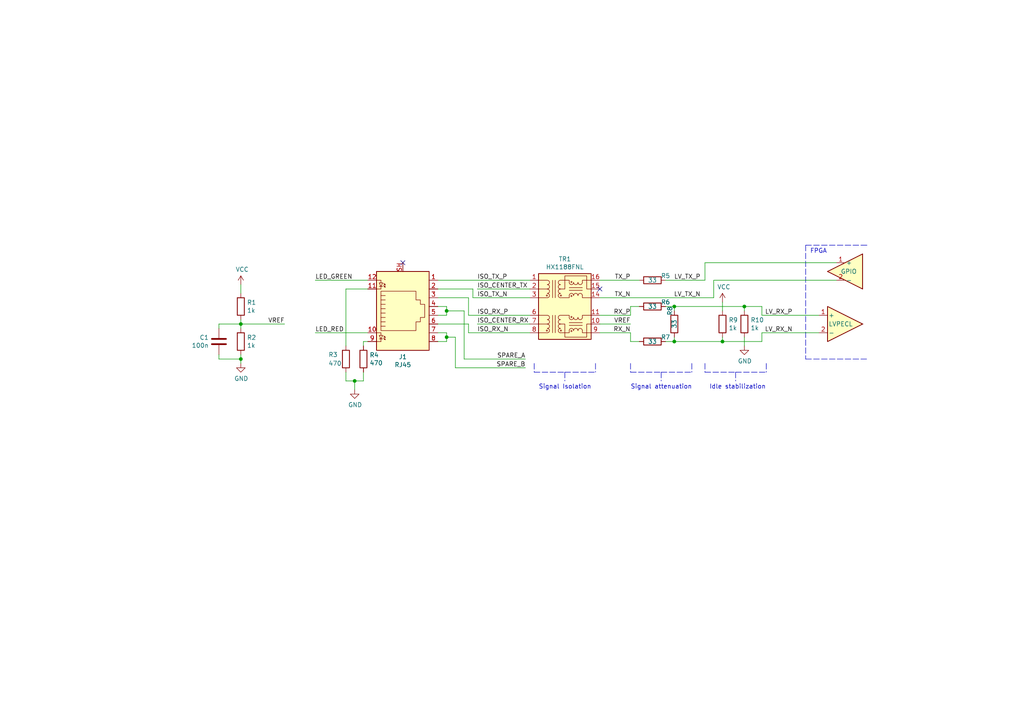
<source format=kicad_sch>
(kicad_sch (version 20211123) (generator eeschema)
  (paper "A4")
  (title_block (title "Trashernet Hardware") (date "2022-04-18") (rev "01") (company "Markus Koch, 2022, notsyncing.net") (comment 1 "See https://git.notsyncing.net/fpga/trashernet for more information.") (comment 2 "This Schematic is subject to the terms of the Mozilla Public License, v. 2.0."))
  (lib_symbols
    (symbol "Connector:RJ45_LED_Shielded" (pin_names (offset 1.016))
      (property "Reference" "J" (at -5.08 13.97 0))
      (property "Value" "RJ45_LED_Shielded" (at 1.27 13.97 0))
      (symbol "RJ45_LED_Shielded_0_1"
        (polyline (pts (xy -7.62 -7.62) (xy -6.35 -7.62)))
        (polyline (pts (xy -7.62 -5.08) (xy -6.35 -5.08)))
        (polyline (pts (xy -7.62 7.62) (xy -6.35 7.62)))
        (polyline (pts (xy -7.62 10.16) (xy -6.35 10.16)))
        (polyline (pts (xy -6.858 -5.842) (xy -5.842 -5.842)))
        (polyline (pts (xy -6.858 9.398) (xy -5.842 9.398)))
        (polyline (pts (xy -6.35 -7.62) (xy -6.35 -6.858)))
        (polyline (pts (xy -6.35 -5.08) (xy -6.35 -5.842)))
        (polyline (pts (xy -6.35 7.62) (xy -6.35 8.382)))
        (polyline (pts (xy -6.35 10.16) (xy -6.35 9.398)))
        (polyline (pts (xy -5.08 -6.223) (xy -5.207 -6.604)))
        (polyline (pts (xy -5.08 -5.588) (xy -5.207 -5.969)))
        (polyline (pts (xy -5.08 4.445) (xy -6.35 4.445)))
        (polyline (pts (xy -5.08 5.715) (xy -6.35 5.715)))
        (polyline (pts (xy -5.08 9.017) (xy -5.207 8.636)))
        (polyline (pts (xy -5.08 9.652) (xy -5.207 9.271)))
        (polyline (pts (xy -6.35 -3.175) (xy -5.08 -3.175) (xy -5.08 -3.175)))
        (polyline (pts (xy -6.35 -1.905) (xy -5.08 -1.905) (xy -5.08 -1.905)))
        (polyline (pts (xy -6.35 -0.635) (xy -5.08 -0.635) (xy -5.08 -0.635)))
        (polyline (pts (xy -6.35 0.635) (xy -5.08 0.635) (xy -5.08 0.635)))
        (polyline (pts (xy -6.35 1.905) (xy -5.08 1.905) (xy -5.08 1.905)))
        (polyline (pts (xy -5.588 -6.731) (xy -5.08 -6.223) (xy -5.461 -6.35)))
        (polyline (pts (xy -5.588 -6.096) (xy -5.08 -5.588) (xy -5.461 -5.715)))
        (polyline (pts (xy -5.588 8.509) (xy -5.08 9.017) (xy -5.461 8.89)))
        (polyline (pts (xy -5.588 9.144) (xy -5.08 9.652) (xy -5.461 9.525)))
        (polyline (pts (xy -5.08 3.175) (xy -6.35 3.175) (xy -6.35 3.175)))
        (polyline (pts (xy -6.35 -5.842) (xy -6.858 -6.858) (xy -5.842 -6.858) (xy -6.35 -5.842)))
        (polyline (pts (xy -6.35 9.398) (xy -6.858 8.382) (xy -5.842 8.382) (xy -6.35 9.398)))
        (polyline (pts (xy -6.35 -4.445) (xy -6.35 6.985) (xy 3.81 6.985) (xy 3.81 4.445) (xy 5.08 4.445) (xy 5.08 3.175) (xy 6.35 3.175) (xy 6.35 -0.635) (xy 5.08 -0.635) (xy 5.08 -1.905) (xy 3.81 -1.905) (xy 3.81 -4.445) (xy -6.35 -4.445) (xy -6.35 -4.445)))
        (rectangle (start 7.62 12.7) (end -7.62 -10.16) (stroke (width 0.254)) (fill (type background)))
      )
      (symbol "RJ45_LED_Shielded_1_1"
        (pin passive line (at 10.16 -7.62 180) (length 2.54) (name "~") (number "1"))
        (pin passive line (at -10.16 7.62 0) (length 2.54) (name "~") (number "10"))
        (pin passive line (at -10.16 -5.08 0) (length 2.54) (name "~") (number "11"))
        (pin passive line (at -10.16 -7.62 0) (length 2.54) (name "~") (number "12"))
        (pin passive line (at 10.16 -5.08 180) (length 2.54) (name "~") (number "2"))
        (pin passive line (at 10.16 -2.54 180) (length 2.54) (name "~") (number "3"))
        (pin passive line (at 10.16 0 180) (length 2.54) (name "~") (number "4"))
        (pin passive line (at 10.16 2.54 180) (length 2.54) (name "~") (number "5"))
        (pin passive line (at 10.16 5.08 180) (length 2.54) (name "~") (number "6"))
        (pin passive line (at 10.16 7.62 180) (length 2.54) (name "~") (number "7"))
        (pin passive line (at 10.16 10.16 180) (length 2.54) (name "~") (number "8"))
        (pin passive line (at -10.16 10.16 0) (length 2.54) (name "~") (number "9"))
        (pin passive line (at 0 -12.7 90) (length 2.54) (name "~") (number "SH"))
      )
    )
    (symbol "Device:C" (pin_numbers hide) (pin_names (offset 0.254))
      (property "Reference" "C" (at 0.635 2.54 0))
      (property "Value" "C" (at 0.635 -2.54 0))
      (symbol "C_0_1"
        (polyline (pts (xy -2.032 -0.762) (xy 2.032 -0.762)) (stroke (width 0.508)))
        (polyline (pts (xy -2.032 0.762) (xy 2.032 0.762)) (stroke (width 0.508)))
      )
      (symbol "C_1_1"
        (pin passive line (at 0 3.81 270) (length 2.794) (name "~") (number "1"))
        (pin passive line (at 0 -3.81 90) (length 2.794) (name "~") (number "2"))
      )
    )
    (symbol "Device:R" (pin_numbers hide) (pin_names (offset 0))
      (property "Reference" "R" (at 2.032 0 90))
      (property "Value" "R" (at 0 0 90))
      (symbol "R_0_1"
        (rectangle (start -1.016 -2.54) (end 1.016 2.54) (stroke (width 0.254)))
      )
      (symbol "R_1_1"
        (pin passive line (at 0 3.81 270) (length 1.27) (name "~") (number "1"))
        (pin passive line (at 0 -3.81 90) (length 1.27) (name "~") (number "2"))
      )
    )
    (symbol "OPAMP_1" (pin_names (offset 0.254))
      (property "Value" "OPAMP_1" (at -1.27 -6.35 0))
      (symbol "OPAMP_1_0_1"
        (polyline (pts (xy 5.08 0) (xy -5.08 5.08) (xy -5.08 -5.08) (xy 5.08 0)) (stroke (width 0.254)) (fill (type background)))
      )
      (symbol "OPAMP_1_1_1"
        (pin output line (at 2.54 2.54 180) (length 2.54) (name "+") (number "1"))
        (pin output line (at 2.54 -2.54 180) (length 2.54) (name "-") (number "2"))
      )
    )
    (symbol "Transformer:PT61017PEL" (pin_names hide)
      (property "Reference" "TR" (at 0 10.795 0))
      (property "Value" "PT61017PEL" (at 0 -10.795 0))
      (symbol "PT61017PEL_0_1"
        (rectangle (start -7.62 9.525) (end 7.62 -9.525) (stroke (width 0.254)) (fill (type background)))
        (circle (center -5.207 6.985) (radius 0.1778))
        (arc (start -5.08 6.35) (mid -4.445 6.985) (end -5.08 7.62))
        (polyline (pts (xy -5.08 2.54) (xy -7.62 2.54)))
        (polyline (pts (xy -5.08 5.08) (xy -7.62 5.08)))
        (polyline (pts (xy -5.08 7.62) (xy -7.62 7.62)))
        (polyline (pts (xy -3.556 -2.54) (xy -3.556 -7.62)))
        (polyline (pts (xy -3.556 2.54) (xy -3.556 7.62)))
        (polyline (pts (xy -2.794 -7.62) (xy -2.794 -2.54)))
        (polyline (pts (xy -2.794 7.62) (xy -2.794 2.54)))
        (polyline (pts (xy 1.27 4.699) (xy 5.08 4.699)))
        (polyline (pts (xy 1.27 5.461) (xy 5.08 5.461)))
        (polyline (pts (xy -1.27 2.54) (xy 1.27 2.54) (xy 1.27 3.175)))
        (polyline (pts (xy 1.27 6.985) (xy 1.27 7.62) (xy -1.27 7.62)))
        (polyline (pts (xy 5.08 3.175) (xy 5.08 2.54) (xy 7.62 2.54)))
        (polyline (pts (xy 5.08 6.985) (xy 5.08 7.62) (xy 7.62 7.62)))
        (polyline (pts (xy -1.27 5.08) (xy 0 5.08) (xy 0 8.89) (xy 6.35 8.89) (xy 6.35 5.08) (xy 7.62 5.08)))
      )
      (symbol "PT61017PEL_1_1"
        (circle (center -5.207 -3.175) (radius 0.1778))
        (arc (start -5.08 -7.62) (mid -4.445 -6.985) (end -5.08 -6.35))
        (arc (start -5.08 -6.35) (mid -4.445 -5.715) (end -5.08 -5.08))
        (arc (start -5.08 -5.08) (mid -4.445 -4.445) (end -5.08 -3.81))
        (arc (start -5.08 -3.81) (mid -4.445 -3.175) (end -5.08 -2.54))
        (arc (start -5.08 2.54) (mid -4.445 3.175) (end -5.08 3.81))
        (arc (start -5.08 3.81) (mid -4.445 4.445) (end -5.08 5.08))
        (arc (start -5.08 5.08) (mid -4.445 5.715) (end -5.08 6.35))
        (arc (start -1.27 -6.35) (mid -1.905 -6.985) (end -1.27 -7.62))
        (arc (start -1.27 -5.08) (mid -1.905 -5.715) (end -1.27 -6.35))
        (arc (start -1.27 -3.81) (mid -1.905 -4.445) (end -1.27 -5.08))
        (arc (start -1.27 -2.54) (mid -1.905 -3.175) (end -1.27 -3.81))
        (arc (start -1.27 3.81) (mid -1.905 3.175) (end -1.27 2.54))
        (arc (start -1.27 5.08) (mid -1.905 4.445) (end -1.27 3.81))
        (arc (start -1.27 6.35) (mid -1.905 5.715) (end -1.27 5.08))
        (arc (start -1.27 7.62) (mid -1.905 6.985) (end -1.27 6.35))
        (circle (center -1.143 -3.175) (radius 0.1778))
        (circle (center -1.143 6.985) (radius 0.1778))
        (polyline (pts (xy -5.08 -7.62) (xy -7.62 -7.62)))
        (polyline (pts (xy -5.08 -5.08) (xy -7.62 -5.08)))
        (polyline (pts (xy -5.08 -2.54) (xy -7.62 -2.54)))
        (polyline (pts (xy 1.27 -5.461) (xy 5.08 -5.461)))
        (polyline (pts (xy 1.27 -4.699) (xy 5.08 -4.699)))
        (polyline (pts (xy -1.27 -7.62) (xy 1.27 -7.62) (xy 1.27 -6.985)))
        (polyline (pts (xy 1.27 -3.175) (xy 1.27 -2.54) (xy -1.27 -2.54)))
        (polyline (pts (xy 5.08 -6.985) (xy 5.08 -7.62) (xy 7.62 -7.62)))
        (polyline (pts (xy 5.08 -3.175) (xy 5.08 -2.54) (xy 7.62 -2.54)))
        (polyline (pts (xy 7.62 -5.08) (xy 6.35 -5.08) (xy 6.35 -8.89) (xy 0 -8.89) (xy 0 -5.08) (xy -1.27 -5.08)))
        (arc (start 1.27 -3.175) (mid 1.905 -3.81) (end 2.54 -3.175))
        (arc (start 1.27 6.985) (mid 1.905 6.35) (end 2.54 6.985))
        (circle (center 1.905 -7.112) (radius 0.1778))
        (circle (center 1.905 -3.048) (radius 0.1778))
        (circle (center 1.905 3.048) (radius 0.1778))
        (circle (center 1.905 7.112) (radius 0.1778))
        (arc (start 2.54 -6.985) (mid 1.905 -6.35) (end 1.27 -6.985))
        (arc (start 2.54 -3.175) (mid 3.175 -3.81) (end 3.81 -3.175))
        (arc (start 2.54 3.175) (mid 1.905 3.81) (end 1.27 3.175))
        (arc (start 2.54 6.985) (mid 3.175 6.35) (end 3.81 6.985))
        (arc (start 3.81 -6.985) (mid 3.175 -6.35) (end 2.54 -6.985))
        (arc (start 3.81 -3.175) (mid 4.445 -3.81) (end 5.08 -3.175))
        (arc (start 3.81 3.175) (mid 3.175 3.81) (end 2.54 3.175))
        (arc (start 3.81 6.985) (mid 4.445 6.35) (end 5.08 6.985))
        (arc (start 5.08 -6.985) (mid 4.445 -6.35) (end 3.81 -6.985))
        (arc (start 5.08 3.175) (mid 4.445 3.81) (end 3.81 3.175))
        (pin passive line (at -10.16 -7.62 0) (length 2.54) (name "TD+") (number "1"))
        (pin passive line (at 10.16 5.08 180) (length 2.54) (name "C_RX") (number "10"))
        (pin passive line (at 10.16 2.54 180) (length 2.54) (name "RX+") (number "11"))
        (pin passive line (at 10.16 -2.54 180) (length 2.54) (name "TX-") (number "14"))
        (pin passive line (at 10.16 -5.08 180) (length 2.54) (name "C_TX") (number "15"))
        (pin passive line (at 10.16 -7.62 180) (length 2.54) (name "TX+") (number "16"))
        (pin passive line (at -10.16 -5.08 0) (length 2.54) (name "C_TD") (number "2"))
        (pin passive line (at -10.16 -2.54 0) (length 2.54) (name "TD-") (number "3"))
        (pin passive line (at -10.16 2.54 0) (length 2.54) (name "RD+") (number "6"))
        (pin passive line (at -10.16 5.08 0) (length 2.54) (name "C_RD") (number "7"))
        (pin passive line (at -10.16 7.62 0) (length 2.54) (name "RD-") (number "8"))
        (pin passive line (at 10.16 7.62 180) (length 2.54) (name "RX-") (number "9"))
      )
    )
    (symbol "power:GND" (power) (pin_names (offset 0))
      (property "Value" "GND" (at 0 -3.81 0))
      (symbol "GND_0_1"
        (polyline (pts (xy 0 0) (xy 0 -1.27) (xy 1.27 -1.27) (xy 0 -2.54) (xy -1.27 -1.27) (xy 0 -1.27)))
      )
      (symbol "GND_1_1"
        (pin power_in line (at 0 0 270) (length 0) hide (name "GND") (number "1"))
      )
    )
    (symbol "power:VCC" (power) (pin_names (offset 0))
      (property "Value" "VCC" (at 0 3.81 0))
      (symbol "VCC_0_1"
        (polyline (pts (xy -0.762 1.27) (xy 0 2.54)))
        (polyline (pts (xy 0 0) (xy 0 2.54)))
        (polyline (pts (xy 0 2.54) (xy 0.762 1.27)))
      )
      (symbol "VCC_1_1"
        (pin power_in line (at 0 0 90) (length 0) hide (name "VCC") (number "1"))
      )
    )
    (symbol "pspice:OPAMP" (pin_names (offset 0.254))
      (property "Value" "LVDS{slash}LVPECL Input" (at -1.27 -6.35 0))
      (symbol "OPAMP_0_1"
        (polyline (pts (xy 5.08 0) (xy -5.08 5.08) (xy -5.08 -5.08) (xy 5.08 0)) (stroke (width 0.254)) (fill (type background)))
      )
      (symbol "OPAMP_1_1"
        (pin input line (at -7.62 2.54 0) (length 2.54) (name "+") (number "1"))
        (pin input line (at -7.62 -2.54 0) (length 2.54) (name "-") (number "2"))
      )
    )
  )
  (junction (at 209.55 99.06))
  (junction (at 69.85 104.14))
  (junction (at 129.54 90.17))
  (junction (at 69.85 93.98))
  (junction (at 102.87 110.49))
  (junction (at 195.58 99.06))
  (junction (at 215.9 88.9))
  (junction (at 129.54 97.79))
  (junction (at 195.58 88.9))
  (no_connect (at 116.84 76.2))
  (no_connect (at 173.99 83.82))
  (wire (pts (xy 135.89 86.36) (xy 135.89 91.44)))
  (wire (pts (xy 195.58 88.9) (xy 215.9 88.9)))
  (wire (pts (xy 138.43 93.98) (xy 153.67 93.98)))
  (wire (pts (xy 105.41 99.06) (xy 106.68 99.06)))
  (wire (pts (xy 91.44 81.28) (xy 106.68 81.28)))
  (polyline (pts (xy 204.47 105.41) (xy 204.47 107.95)))
  (wire (pts (xy 100.33 83.82) (xy 106.68 83.82)))
  (polyline (pts (xy 233.68 71.12) (xy 250.19 71.12)))
  (wire (pts (xy 129.54 90.17) (xy 134.62 90.17)))
  (wire (pts (xy 63.5 104.14) (xy 69.85 104.14)))
  (wire (pts (xy 215.9 90.17) (xy 215.9 88.9)))
  (wire (pts (xy 127 96.52) (xy 129.54 96.52)))
  (polyline (pts (xy 222.25 105.41) (xy 222.25 107.95)))
  (wire (pts (xy 102.87 110.49) (xy 102.87 113.03)))
  (wire (pts (xy 193.04 81.28) (xy 204.47 81.28)))
  (wire (pts (xy 129.54 99.06) (xy 127 99.06)))
  (polyline (pts (xy 233.68 104.14) (xy 251.46 104.14)))
  (wire (pts (xy 193.04 99.06) (xy 195.58 99.06)))
  (wire (pts (xy 63.5 102.87) (xy 63.5 104.14)))
  (wire (pts (xy 173.99 93.98) (xy 182.88 93.98)))
  (polyline (pts (xy 250.19 71.12) (xy 251.46 71.12)))
  (wire (pts (xy 100.33 100.33) (xy 100.33 83.82)))
  (polyline (pts (xy 204.47 107.95) (xy 213.36 107.95)))
  (wire (pts (xy 215.9 100.33) (xy 215.9 97.79)))
  (wire (pts (xy 69.85 95.25) (xy 69.85 93.98)))
  (wire (pts (xy 129.54 90.17) (xy 129.54 91.44)))
  (wire (pts (xy 69.85 102.87) (xy 69.85 104.14)))
  (wire (pts (xy 135.89 96.52) (xy 153.67 96.52)))
  (wire (pts (xy 69.85 104.14) (xy 69.85 105.41)))
  (wire (pts (xy 134.62 90.17) (xy 134.62 104.14)))
  (wire (pts (xy 204.47 76.2) (xy 204.47 81.28)))
  (wire (pts (xy 135.89 93.98) (xy 135.89 96.52)))
  (wire (pts (xy 220.98 91.44) (xy 237.49 91.44)))
  (wire (pts (xy 215.9 88.9) (xy 220.98 88.9)))
  (polyline (pts (xy 233.68 71.12) (xy 233.68 104.14)))
  (wire (pts (xy 220.98 96.52) (xy 220.98 99.06)))
  (wire (pts (xy 137.16 86.36) (xy 153.67 86.36)))
  (wire (pts (xy 129.54 97.79) (xy 132.08 97.79)))
  (wire (pts (xy 132.08 97.79) (xy 132.08 106.68)))
  (wire (pts (xy 129.54 97.79) (xy 129.54 99.06)))
  (wire (pts (xy 220.98 96.52) (xy 237.49 96.52)))
  (wire (pts (xy 195.58 99.06) (xy 209.55 99.06)))
  (wire (pts (xy 127 86.36) (xy 135.89 86.36)))
  (wire (pts (xy 134.62 104.14) (xy 152.4 104.14)))
  (wire (pts (xy 69.85 93.98) (xy 82.55 93.98)))
  (wire (pts (xy 127 81.28) (xy 153.67 81.28)))
  (wire (pts (xy 193.04 88.9) (xy 195.58 88.9)))
  (polyline (pts (xy 154.94 105.41) (xy 154.94 107.95)))
  (wire (pts (xy 173.99 81.28) (xy 185.42 81.28)))
  (polyline (pts (xy 182.88 105.41) (xy 182.88 107.95)))
  (wire (pts (xy 153.67 83.82) (xy 138.43 83.82)))
  (wire (pts (xy 242.57 81.28) (xy 207.01 81.28)))
  (polyline (pts (xy 191.77 107.95) (xy 191.77 110.49)))
  (wire (pts (xy 137.16 83.82) (xy 137.16 86.36)))
  (wire (pts (xy 173.99 96.52) (xy 182.88 96.52)))
  (wire (pts (xy 182.88 88.9) (xy 182.88 91.44)))
  (polyline (pts (xy 191.77 107.95) (xy 200.66 107.95)))
  (wire (pts (xy 209.55 99.06) (xy 220.98 99.06)))
  (polyline (pts (xy 182.88 107.95) (xy 191.77 107.95)))
  (wire (pts (xy 207.01 81.28) (xy 207.01 86.36)))
  (wire (pts (xy 204.47 76.2) (xy 242.57 76.2)))
  (polyline (pts (xy 154.94 107.95) (xy 163.83 107.95)))
  (wire (pts (xy 100.33 110.49) (xy 102.87 110.49)))
  (wire (pts (xy 63.5 95.25) (xy 63.5 93.98)))
  (wire (pts (xy 63.5 93.98) (xy 69.85 93.98)))
  (polyline (pts (xy 213.36 107.95) (xy 222.25 107.95)))
  (wire (pts (xy 102.87 110.49) (xy 105.41 110.49)))
  (wire (pts (xy 195.58 97.79) (xy 195.58 99.06)))
  (wire (pts (xy 195.58 88.9) (xy 195.58 90.17)))
  (polyline (pts (xy 163.83 107.95) (xy 172.72 107.95)))
  (wire (pts (xy 127 93.98) (xy 135.89 93.98)))
  (wire (pts (xy 100.33 107.95) (xy 100.33 110.49)))
  (wire (pts (xy 185.42 99.06) (xy 182.88 99.06)))
  (wire (pts (xy 129.54 88.9) (xy 129.54 90.17)))
  (polyline (pts (xy 172.72 105.41) (xy 172.72 107.95)))
  (wire (pts (xy 182.88 99.06) (xy 182.88 96.52)))
  (wire (pts (xy 209.55 87.63) (xy 209.55 90.17)))
  (wire (pts (xy 129.54 96.52) (xy 129.54 97.79)))
  (wire (pts (xy 173.99 91.44) (xy 182.88 91.44)))
  (wire (pts (xy 127 88.9) (xy 129.54 88.9)))
  (wire (pts (xy 127 83.82) (xy 137.16 83.82)))
  (wire (pts (xy 135.89 91.44) (xy 153.67 91.44)))
  (wire (pts (xy 209.55 97.79) (xy 209.55 99.06)))
  (polyline (pts (xy 200.66 105.41) (xy 200.66 107.95)))
  (wire (pts (xy 173.99 86.36) (xy 207.01 86.36)))
  (polyline (pts (xy 163.83 107.95) (xy 163.83 110.49)))
  (wire (pts (xy 91.44 96.52) (xy 106.68 96.52)))
  (wire (pts (xy 220.98 91.44) (xy 220.98 88.9)))
  (wire (pts (xy 69.85 82.55) (xy 69.85 85.09)))
  (wire (pts (xy 129.54 91.44) (xy 127 91.44)))
  (polyline (pts (xy 213.36 107.95) (xy 213.36 110.49)))
  (wire (pts (xy 105.41 100.33) (xy 105.41 99.06)))
  (wire (pts (xy 105.41 110.49) (xy 105.41 107.95)))
  (wire (pts (xy 132.08 106.68) (xy 152.4 106.68)))
  (wire (pts (xy 69.85 93.98) (xy 69.85 92.71)))
  (wire (pts (xy 185.42 88.9) (xy 182.88 88.9)))
  (text "FPGA" (at 234.95 73.66 0) (effects (font (size 1.27 1.27)) (justify left bottom)))
  (text "Signal Isolation" (at 156.21 113.03 0) (effects (font (size 1.27 1.27)) (justify left bottom)))
  (text "Idle stabilization" (at 205.74 113.03 0) (effects (font (size 1.27 1.27)) (justify left bottom)))
  (text "Signal attenuation" (at 182.88 113.03 0) (effects (font (size 1.27 1.27)) (justify left bottom)))
  (label "LV_RX_P" (at 229.87 91.44 180))
  (label "TX_P" (at 182.88 81.28 180))
  (label "ISO_CENTER_RX" (at 138.43 93.98 0))
  (label "ISO_RX_N" (at 138.43 96.52 0))
  (label "SPARE_B" (at 152.4 106.68 180))
  (label "ISO_TX_P" (at 138.43 81.28 0))
  (label "LED_GREEN" (at 91.44 81.28 0))
  (label "VREF" (at 82.55 93.98 180))
  (label "LV_TX_N" (at 203.2 86.36 180))
  (label "VREF" (at 182.88 93.98 180))
  (label "RX_P" (at 182.88 91.44 180))
  (label "LED_RED" (at 91.44 96.52 0))
  (label "ISO_CENTER_TX" (at 138.43 83.82 0))
  (label "TX_N" (at 182.88 86.36 180))
  (label "LV_RX_N" (at 229.87 96.52 180))
  (label "SPARE_A" (at 152.4 104.14 180))
  (label "LV_TX_P" (at 203.2 81.28 180))
  (label "ISO_TX_N" (at 138.43 86.36 0))
  (label "ISO_RX_P" (at 138.43 91.44 0))
  (label "RX_N" (at 182.88 96.52 180))
  (symbol (lib_id "Transformer:PT61017PEL") (at 163.83 88.9 0) (mirror x) (unit 1)
    (property "Reference" "TR1" (at 163.83 75.1332 0))
    (property "Value" "HX1188FNL" (at 163.83 77.4446 0))
    (property "Footprint" "Transformer_SMD:Transformer_Ethernet_Bourns_PT61017PEL" (effects hide))
    (property "Datasheet" "https://www.bourns.com/docs/Product-Datasheets/PT61017PEL.pdf" (effects hide))
  )
  (symbol (lib_id "Connector:RJ45_LED_Shielded") (at 116.84 88.9 0) (mirror x) (unit 1)
    (property "Reference" "J1" (at 116.84 103.505 0))
    (property "Value" "RJ45" (at 116.84 105.8164 0))
  )
  (symbol (lib_id "Device:R") (at 69.85 88.9 0) (unit 1)
    (property "Reference" "R1" (at 71.628 87.7316 0) (effects (justify left)))
    (property "Value" "1k" (at 71.628 90.043 0) (effects (justify left)))
  )
  (symbol (lib_id "Device:R") (at 69.85 99.06 0) (unit 1)
    (property "Reference" "R2" (at 71.628 97.8916 0) (effects (justify left)))
    (property "Value" "1k" (at 71.628 100.203 0) (effects (justify left)))
  )
  (symbol (lib_id "power:VCC") (at 69.85 82.55 0) (unit 1)
    (property "Reference" "#PWR01" (effects hide))
    (property "Value" "VCC" (at 70.231 78.1558 0))
  )
  (symbol (lib_id "power:GND") (at 69.85 105.41 0) (unit 1)
    (property "Reference" "#PWR02" (effects hide))
    (property "Value" "GND" (at 69.977 109.8042 0))
  )
  (symbol (lib_id "Device:R") (at 189.23 88.9 270) (unit 1)
    (property "Reference" "R6" (at 193.04 87.63 90))
    (property "Value" "33" (at 189.23 88.9 90))
  )
  (symbol (lib_id "Device:R") (at 195.58 93.98 0) (mirror y) (unit 1)
    (property "Reference" "R8" (at 194.31 90.17 90))
    (property "Value" "33" (at 195.58 93.98 90))
  )
  (symbol (lib_id "Device:R") (at 189.23 99.06 270) (mirror x) (unit 1)
    (property "Reference" "R7" (at 193.04 97.79 90))
    (property "Value" "33" (at 189.23 99.06 90))
  )
  (symbol (lib_id "Device:R") (at 105.41 104.14 0) (unit 1)
    (property "Reference" "R4" (at 107.188 102.9716 0) (effects (justify left)))
    (property "Value" "470" (at 107.188 105.283 0) (effects (justify left)))
  )
  (symbol (lib_id "Device:R") (at 100.33 104.14 0) (unit 1)
    (property "Reference" "R3" (at 95.25 102.87 0) (effects (justify left)))
    (property "Value" "470" (at 95.25 105.41 0) (effects (justify left)))
  )
  (symbol (lib_id "power:GND") (at 102.87 113.03 0) (unit 1)
    (property "Reference" "#PWR03" (effects hide))
    (property "Value" "GND" (at 102.997 117.4242 0))
  )
  (symbol (lib_id "Device:C") (at 63.5 99.06 0) (mirror x) (unit 1)
    (property "Reference" "C1" (at 60.579 97.8916 0) (effects (justify right)))
    (property "Value" "100n" (at 60.579 100.203 0) (effects (justify right)))
  )
  (symbol (lib_name "OPAMP_1") (lib_id "pspice:OPAMP") (at 245.11 78.74 0) (mirror y) (unit 1)
    (property "Reference" "U1" (effects hide))
    (property "Value" "GPIO" (at 243.84 78.74 0) (effects (justify right)))
  )
  (symbol (lib_id "power:GND") (at 215.9 100.33 0) (unit 1)
    (property "Reference" "#PWR05" (effects hide))
    (property "Value" "GND" (at 216.027 104.7242 0))
  )
  (symbol (lib_id "pspice:OPAMP") (at 245.11 93.98 0) (unit 1)
    (property "Reference" "U2" (effects hide))
    (property "Value" "LVPECL" (at 243.84 93.98 0))
  )
  (symbol (lib_id "Device:R") (at 189.23 81.28 270) (unit 1)
    (property "Reference" "R5" (at 193.04 80.01 90))
    (property "Value" "33" (at 189.23 81.28 90))
  )
  (symbol (lib_id "Device:R") (at 215.9 93.98 0) (unit 1)
    (property "Reference" "R10" (at 217.678 92.8116 0) (effects (justify left)))
    (property "Value" "1k" (at 217.678 95.123 0) (effects (justify left)))
  )
  (symbol (lib_id "Device:R") (at 209.55 93.98 0) (unit 1)
    (property "Reference" "R9" (at 211.328 92.8116 0) (effects (justify left)))
    (property "Value" "1k" (at 211.328 95.123 0) (effects (justify left)))
  )
  (symbol (lib_id "power:VCC") (at 209.55 87.63 0) (unit 1)
    (property "Reference" "#PWR04" (effects hide))
    (property "Value" "VCC" (at 209.931 83.2358 0))
  )
)
</source>
